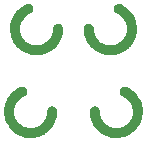
<source format=gbr>
%TF.GenerationSoftware,KiCad,Pcbnew,(5.1.6-0)*%
%TF.CreationDate,2020-12-23T18:17:54-08:00*%
%TF.ProjectId,loco-rollers-n,6c6f636f-2d72-46f6-9c6c-6572732d6e2e,R1*%
%TF.SameCoordinates,PX8f0d180PY7270e00*%
%TF.FileFunction,Copper,L1,Top*%
%TF.FilePolarity,Positive*%
%FSLAX46Y46*%
G04 Gerber Fmt 4.6, Leading zero omitted, Abs format (unit mm)*
G04 Created by KiCad (PCBNEW (5.1.6-0)) date 2020-12-23 18:17:54*
%MOMM*%
%LPD*%
G01*
G04 APERTURE LIST*
%TA.AperFunction,SMDPad,CuDef*%
%ADD10C,0.100000*%
%TD*%
%TA.AperFunction,ComponentPad*%
%ADD11C,0.800000*%
%TD*%
G04 APERTURE END LIST*
%TA.AperFunction,SMDPad,CuDef*%
D10*
%TO.P,H1,1*%
%TO.N,/PWR*%
G36*
X3012732Y8000541D02*
G01*
X2994943Y8000417D01*
X2816819Y8007883D01*
X2816799Y8007883D01*
X2816776Y8007885D01*
X2810871Y8008173D01*
X2793171Y8010034D01*
X2775447Y8011647D01*
X2598880Y8036462D01*
X2593010Y8037329D01*
X2575623Y8040898D01*
X2558094Y8044242D01*
X2384792Y8086168D01*
X2379034Y8087604D01*
X2362044Y8092864D01*
X2344960Y8097892D01*
X2176575Y8156529D01*
X2170985Y8158519D01*
X2154556Y8165426D01*
X2138076Y8172084D01*
X1976218Y8246872D01*
X1970849Y8249399D01*
X1955210Y8257855D01*
X1939420Y8266110D01*
X1785649Y8356328D01*
X1785633Y8356336D01*
X1785616Y8356347D01*
X1780535Y8359375D01*
X1765771Y8369334D01*
X1750888Y8379073D01*
X1606639Y8483876D01*
X1601862Y8487397D01*
X1588154Y8498738D01*
X1574280Y8509893D01*
X1440946Y8628272D01*
X1436536Y8632243D01*
X1424003Y8644864D01*
X1411277Y8657326D01*
X1290142Y8788141D01*
X1290134Y8788149D01*
X1290126Y8788159D01*
X1286131Y8792534D01*
X1274904Y8806300D01*
X1263444Y8819958D01*
X1155643Y8961980D01*
X1152088Y8966731D01*
X1142232Y8981566D01*
X1132184Y8996241D01*
X1038756Y9148106D01*
X1035682Y9153181D01*
X1027331Y9168887D01*
X1018752Y9184492D01*
X940599Y9344732D01*
X940590Y9344748D01*
X940582Y9344768D01*
X938026Y9350100D01*
X931251Y9366539D01*
X924233Y9382913D01*
X862082Y9550032D01*
X860052Y9555608D01*
X854907Y9572651D01*
X849527Y9589611D01*
X803981Y9761997D01*
X802505Y9767745D01*
X799053Y9785181D01*
X795348Y9802612D01*
X766841Y9978620D01*
X765933Y9984484D01*
X764197Y10002189D01*
X762213Y10019882D01*
X751018Y10197814D01*
X751016Y10197833D01*
X751016Y10197855D01*
X750685Y10203757D01*
X750685Y10221538D01*
X750437Y10239352D01*
X756659Y10417524D01*
X756659Y10417543D01*
X756661Y10417565D01*
X756908Y10423474D01*
X758641Y10441148D01*
X760134Y10458920D01*
X783715Y10635655D01*
X784541Y10641531D01*
X787999Y10658993D01*
X791211Y10676495D01*
X831926Y10850086D01*
X833321Y10855854D01*
X838454Y10872856D01*
X843371Y10890002D01*
X900832Y11058791D01*
X902784Y11064395D01*
X909553Y11080816D01*
X916117Y11097396D01*
X989774Y11259772D01*
X992263Y11265160D01*
X1000619Y11280875D01*
X1008755Y11296705D01*
X1097906Y11451118D01*
X1100908Y11456237D01*
X1110771Y11471081D01*
X1120397Y11486018D01*
X1224190Y11630996D01*
X1227678Y11635797D01*
X1238916Y11649577D01*
X1249983Y11663539D01*
X1367429Y11797696D01*
X1371369Y11802133D01*
X1383902Y11814754D01*
X1396273Y11827564D01*
X1526238Y11949609D01*
X1526248Y11949619D01*
X1526260Y11949629D01*
X1530603Y11953652D01*
X1544332Y11965009D01*
X1557870Y11976530D01*
X1699118Y12085305D01*
X1699134Y12085319D01*
X1699154Y12085333D01*
X1703863Y12088908D01*
X1718623Y12098864D01*
X1733231Y12109016D01*
X1884435Y12203500D01*
X1884440Y12203504D01*
X1884447Y12203508D01*
X1889493Y12206612D01*
X1905117Y12215060D01*
X1920686Y12223761D01*
X2080394Y12303040D01*
X2085727Y12305641D01*
X2094443Y12309305D01*
X2102964Y12313433D01*
X2135204Y12327151D01*
X2140680Y12329436D01*
X2179833Y12343261D01*
X2220148Y12353201D01*
X2261241Y12359159D01*
X2302718Y12361079D01*
X2344186Y12358941D01*
X2385247Y12352768D01*
X2425509Y12342617D01*
X2464589Y12328586D01*
X2502113Y12310808D01*
X2537723Y12289453D01*
X2571080Y12264725D01*
X2601863Y12236860D01*
X2629781Y12206124D01*
X2654567Y12172811D01*
X2675983Y12137238D01*
X2693826Y12099745D01*
X2707925Y12060689D01*
X2718145Y12020445D01*
X2724390Y11979395D01*
X2726599Y11937931D01*
X2724751Y11896450D01*
X2718865Y11855347D01*
X2708995Y11815015D01*
X2695237Y11775838D01*
X2677721Y11738191D01*
X2656615Y11702432D01*
X2632121Y11668904D01*
X2604472Y11637927D01*
X2573933Y11609795D01*
X2540793Y11584778D01*
X2505370Y11563113D01*
X2468002Y11545009D01*
X2447197Y11536157D01*
X2317247Y11471649D01*
X2201285Y11399187D01*
X2092963Y11315769D01*
X1993292Y11222172D01*
X1903230Y11119295D01*
X1823632Y11008113D01*
X1755269Y10889705D01*
X1698787Y10765191D01*
X1654722Y10635753D01*
X1623501Y10502641D01*
X1605416Y10367103D01*
X1600644Y10230457D01*
X1609230Y10094005D01*
X1631091Y9959026D01*
X1666017Y9826837D01*
X1713676Y9698686D01*
X1773619Y9575785D01*
X1845260Y9459334D01*
X1927926Y9350426D01*
X2020828Y9250100D01*
X2123073Y9159323D01*
X2233689Y9078955D01*
X2351623Y9009764D01*
X2475741Y8952413D01*
X2604865Y8907448D01*
X2737763Y8875297D01*
X2873164Y8856267D01*
X3009770Y8850542D01*
X3146286Y8858175D01*
X3281400Y8879091D01*
X3413846Y8913097D01*
X3542328Y8959861D01*
X3665629Y9018937D01*
X3782584Y9089767D01*
X3892071Y9171673D01*
X3993038Y9263870D01*
X4084528Y9365480D01*
X4165667Y9475534D01*
X4235678Y9592978D01*
X4293894Y9716692D01*
X4339760Y9845501D01*
X4372839Y9978172D01*
X4392812Y10113433D01*
X4400507Y10270761D01*
X4400838Y10276686D01*
X4405467Y10317949D01*
X4414100Y10358564D01*
X4426655Y10398143D01*
X4443012Y10436307D01*
X4463016Y10472694D01*
X4486475Y10506955D01*
X4513165Y10538763D01*
X4542831Y10567814D01*
X4575191Y10593833D01*
X4609936Y10616568D01*
X4646733Y10635806D01*
X4685231Y10651360D01*
X4725065Y10663083D01*
X4765851Y10670864D01*
X4807203Y10674627D01*
X4848724Y10674338D01*
X4890019Y10669997D01*
X4930693Y10661647D01*
X4970359Y10649369D01*
X5008636Y10633279D01*
X5045161Y10613530D01*
X5079585Y10590311D01*
X5111578Y10563843D01*
X5140837Y10534381D01*
X5167079Y10502203D01*
X5190058Y10467618D01*
X5209552Y10430956D01*
X5225374Y10392567D01*
X5237376Y10352817D01*
X5245441Y10312086D01*
X5249493Y10270761D01*
X5249493Y10229239D01*
X5240783Y10051150D01*
X5240452Y10045225D01*
X5238468Y10027536D01*
X5236731Y10009825D01*
X5210684Y9833436D01*
X5209776Y9827572D01*
X5206077Y9810171D01*
X5202619Y9792705D01*
X5159484Y9619700D01*
X5158008Y9613953D01*
X5152633Y9597010D01*
X5147483Y9579951D01*
X5087676Y9411992D01*
X5087672Y9411979D01*
X5087666Y9411964D01*
X5085643Y9406405D01*
X5078632Y9390049D01*
X5071848Y9373590D01*
X4995931Y9212259D01*
X4995931Y9212258D01*
X4995926Y9212248D01*
X4993366Y9206905D01*
X4984798Y9191320D01*
X4976437Y9175596D01*
X4885139Y9022442D01*
X4882065Y9017366D01*
X4872019Y9002694D01*
X4862161Y8987857D01*
X4756354Y8844344D01*
X4752799Y8839592D01*
X4741357Y8825956D01*
X4730111Y8812167D01*
X4610816Y8679676D01*
X4610805Y8679663D01*
X4610792Y8679649D01*
X4606802Y8675280D01*
X4594108Y8662849D01*
X4581546Y8650200D01*
X4449879Y8529970D01*
X4445469Y8525999D01*
X4431599Y8514847D01*
X4417884Y8503502D01*
X4275112Y8396695D01*
X4270336Y8393173D01*
X4255427Y8383418D01*
X4240688Y8373476D01*
X4088190Y8281120D01*
X4088175Y8281110D01*
X4088157Y8281100D01*
X4083078Y8278072D01*
X4067305Y8269826D01*
X4051649Y8261362D01*
X3890861Y8184325D01*
X3890853Y8184321D01*
X3890844Y8184317D01*
X3885482Y8181794D01*
X3868984Y8175129D01*
X3852575Y8168231D01*
X3685044Y8107254D01*
X3685026Y8107247D01*
X3685005Y8107240D01*
X3679436Y8105257D01*
X3662397Y8100242D01*
X3645361Y8094969D01*
X3472673Y8050630D01*
X3472659Y8050626D01*
X3472642Y8050623D01*
X3466903Y8049191D01*
X3449397Y8045852D01*
X3431984Y8042278D01*
X3255801Y8015004D01*
X3255786Y8015001D01*
X3255769Y8014999D01*
X3249911Y8014133D01*
X3232163Y8012518D01*
X3214490Y8010661D01*
X3036480Y8000708D01*
X3036464Y8000706D01*
X3036445Y8000706D01*
X3030540Y8000416D01*
X3012732Y8000541D01*
G37*
%TD.AperFunction*%
D11*
X1710000Y11540000D03*
X4825000Y10250000D03*
X4290000Y8960000D03*
X3000000Y8425000D03*
X1710000Y8960000D03*
X1175000Y10250000D03*
%TD*%
%TA.AperFunction,SMDPad,CuDef*%
D10*
%TO.P,H2,1*%
%TO.N,/PWR*%
G36*
X2512732Y1000541D02*
G01*
X2494943Y1000417D01*
X2316819Y1007883D01*
X2316799Y1007883D01*
X2316776Y1007885D01*
X2310871Y1008173D01*
X2293171Y1010034D01*
X2275447Y1011647D01*
X2098880Y1036462D01*
X2093010Y1037329D01*
X2075623Y1040898D01*
X2058094Y1044242D01*
X1884792Y1086168D01*
X1879034Y1087604D01*
X1862044Y1092864D01*
X1844960Y1097892D01*
X1676575Y1156529D01*
X1670985Y1158519D01*
X1654556Y1165426D01*
X1638076Y1172084D01*
X1476218Y1246872D01*
X1470849Y1249399D01*
X1455210Y1257855D01*
X1439420Y1266110D01*
X1285649Y1356328D01*
X1285633Y1356336D01*
X1285616Y1356347D01*
X1280535Y1359375D01*
X1265771Y1369334D01*
X1250888Y1379073D01*
X1106639Y1483876D01*
X1101862Y1487397D01*
X1088154Y1498738D01*
X1074280Y1509893D01*
X940946Y1628272D01*
X936536Y1632243D01*
X924003Y1644864D01*
X911277Y1657326D01*
X790142Y1788141D01*
X790134Y1788149D01*
X790126Y1788159D01*
X786131Y1792534D01*
X774904Y1806300D01*
X763444Y1819958D01*
X655643Y1961980D01*
X652088Y1966731D01*
X642232Y1981566D01*
X632184Y1996241D01*
X538756Y2148106D01*
X535682Y2153181D01*
X527331Y2168887D01*
X518752Y2184492D01*
X440599Y2344732D01*
X440590Y2344748D01*
X440582Y2344768D01*
X438026Y2350100D01*
X431251Y2366539D01*
X424233Y2382913D01*
X362082Y2550032D01*
X360052Y2555608D01*
X354907Y2572651D01*
X349527Y2589611D01*
X303981Y2761997D01*
X302505Y2767745D01*
X299053Y2785181D01*
X295348Y2802612D01*
X266841Y2978620D01*
X265933Y2984484D01*
X264197Y3002189D01*
X262213Y3019882D01*
X251018Y3197814D01*
X251016Y3197833D01*
X251016Y3197855D01*
X250685Y3203757D01*
X250685Y3221538D01*
X250437Y3239352D01*
X256659Y3417524D01*
X256659Y3417543D01*
X256661Y3417565D01*
X256908Y3423474D01*
X258641Y3441148D01*
X260134Y3458920D01*
X283715Y3635655D01*
X284541Y3641531D01*
X287999Y3658993D01*
X291211Y3676495D01*
X331926Y3850086D01*
X333321Y3855854D01*
X338454Y3872856D01*
X343371Y3890002D01*
X400832Y4058791D01*
X402784Y4064395D01*
X409553Y4080816D01*
X416117Y4097396D01*
X489774Y4259772D01*
X492263Y4265160D01*
X500619Y4280875D01*
X508755Y4296705D01*
X597906Y4451118D01*
X600908Y4456237D01*
X610771Y4471081D01*
X620397Y4486018D01*
X724190Y4630996D01*
X727678Y4635797D01*
X738916Y4649577D01*
X749983Y4663539D01*
X867429Y4797696D01*
X871369Y4802133D01*
X883902Y4814754D01*
X896273Y4827564D01*
X1026238Y4949609D01*
X1026248Y4949619D01*
X1026260Y4949629D01*
X1030603Y4953652D01*
X1044332Y4965009D01*
X1057870Y4976530D01*
X1199118Y5085305D01*
X1199134Y5085319D01*
X1199154Y5085333D01*
X1203863Y5088908D01*
X1218623Y5098864D01*
X1233231Y5109016D01*
X1384435Y5203500D01*
X1384440Y5203504D01*
X1384447Y5203508D01*
X1389493Y5206612D01*
X1405117Y5215060D01*
X1420686Y5223761D01*
X1580394Y5303040D01*
X1585727Y5305641D01*
X1594443Y5309305D01*
X1602964Y5313433D01*
X1635204Y5327151D01*
X1640680Y5329436D01*
X1679833Y5343261D01*
X1720148Y5353201D01*
X1761241Y5359159D01*
X1802718Y5361079D01*
X1844186Y5358941D01*
X1885247Y5352768D01*
X1925509Y5342617D01*
X1964589Y5328586D01*
X2002113Y5310808D01*
X2037723Y5289453D01*
X2071080Y5264725D01*
X2101863Y5236860D01*
X2129781Y5206124D01*
X2154567Y5172811D01*
X2175983Y5137238D01*
X2193826Y5099745D01*
X2207925Y5060689D01*
X2218145Y5020445D01*
X2224390Y4979395D01*
X2226599Y4937931D01*
X2224751Y4896450D01*
X2218865Y4855347D01*
X2208995Y4815015D01*
X2195237Y4775838D01*
X2177721Y4738191D01*
X2156615Y4702432D01*
X2132121Y4668904D01*
X2104472Y4637927D01*
X2073933Y4609795D01*
X2040793Y4584778D01*
X2005370Y4563113D01*
X1968002Y4545009D01*
X1947197Y4536157D01*
X1817247Y4471649D01*
X1701285Y4399187D01*
X1592963Y4315769D01*
X1493292Y4222172D01*
X1403230Y4119295D01*
X1323632Y4008113D01*
X1255269Y3889705D01*
X1198787Y3765191D01*
X1154722Y3635753D01*
X1123501Y3502641D01*
X1105416Y3367103D01*
X1100644Y3230457D01*
X1109230Y3094005D01*
X1131091Y2959026D01*
X1166017Y2826837D01*
X1213676Y2698686D01*
X1273619Y2575785D01*
X1345260Y2459334D01*
X1427926Y2350426D01*
X1520828Y2250100D01*
X1623073Y2159323D01*
X1733689Y2078955D01*
X1851623Y2009764D01*
X1975741Y1952413D01*
X2104865Y1907448D01*
X2237763Y1875297D01*
X2373164Y1856267D01*
X2509770Y1850542D01*
X2646286Y1858175D01*
X2781400Y1879091D01*
X2913846Y1913097D01*
X3042328Y1959861D01*
X3165629Y2018937D01*
X3282584Y2089767D01*
X3392071Y2171673D01*
X3493038Y2263870D01*
X3584528Y2365480D01*
X3665667Y2475534D01*
X3735678Y2592978D01*
X3793894Y2716692D01*
X3839760Y2845501D01*
X3872839Y2978172D01*
X3892812Y3113433D01*
X3900507Y3270761D01*
X3900838Y3276686D01*
X3905467Y3317949D01*
X3914100Y3358564D01*
X3926655Y3398143D01*
X3943012Y3436307D01*
X3963016Y3472694D01*
X3986475Y3506955D01*
X4013165Y3538763D01*
X4042831Y3567814D01*
X4075191Y3593833D01*
X4109936Y3616568D01*
X4146733Y3635806D01*
X4185231Y3651360D01*
X4225065Y3663083D01*
X4265851Y3670864D01*
X4307203Y3674627D01*
X4348724Y3674338D01*
X4390019Y3669997D01*
X4430693Y3661647D01*
X4470359Y3649369D01*
X4508636Y3633279D01*
X4545161Y3613530D01*
X4579585Y3590311D01*
X4611578Y3563843D01*
X4640837Y3534381D01*
X4667079Y3502203D01*
X4690058Y3467618D01*
X4709552Y3430956D01*
X4725374Y3392567D01*
X4737376Y3352817D01*
X4745441Y3312086D01*
X4749493Y3270761D01*
X4749493Y3229239D01*
X4740783Y3051150D01*
X4740452Y3045225D01*
X4738468Y3027536D01*
X4736731Y3009825D01*
X4710684Y2833436D01*
X4709776Y2827572D01*
X4706077Y2810171D01*
X4702619Y2792705D01*
X4659484Y2619700D01*
X4658008Y2613953D01*
X4652633Y2597010D01*
X4647483Y2579951D01*
X4587676Y2411992D01*
X4587672Y2411979D01*
X4587666Y2411964D01*
X4585643Y2406405D01*
X4578632Y2390049D01*
X4571848Y2373590D01*
X4495931Y2212259D01*
X4495931Y2212258D01*
X4495926Y2212248D01*
X4493366Y2206905D01*
X4484798Y2191320D01*
X4476437Y2175596D01*
X4385139Y2022442D01*
X4382065Y2017366D01*
X4372019Y2002694D01*
X4362161Y1987857D01*
X4256354Y1844344D01*
X4252799Y1839592D01*
X4241357Y1825956D01*
X4230111Y1812167D01*
X4110816Y1679676D01*
X4110805Y1679663D01*
X4110792Y1679649D01*
X4106802Y1675280D01*
X4094108Y1662849D01*
X4081546Y1650200D01*
X3949879Y1529970D01*
X3945469Y1525999D01*
X3931599Y1514847D01*
X3917884Y1503502D01*
X3775112Y1396695D01*
X3770336Y1393173D01*
X3755427Y1383418D01*
X3740688Y1373476D01*
X3588190Y1281120D01*
X3588175Y1281110D01*
X3588157Y1281100D01*
X3583078Y1278072D01*
X3567305Y1269826D01*
X3551649Y1261362D01*
X3390861Y1184325D01*
X3390853Y1184321D01*
X3390844Y1184317D01*
X3385482Y1181794D01*
X3368984Y1175129D01*
X3352575Y1168231D01*
X3185044Y1107254D01*
X3185026Y1107247D01*
X3185005Y1107240D01*
X3179436Y1105257D01*
X3162397Y1100242D01*
X3145361Y1094969D01*
X2972673Y1050630D01*
X2972659Y1050626D01*
X2972642Y1050623D01*
X2966903Y1049191D01*
X2949397Y1045852D01*
X2931984Y1042278D01*
X2755801Y1015004D01*
X2755786Y1015001D01*
X2755769Y1014999D01*
X2749911Y1014133D01*
X2732163Y1012518D01*
X2714490Y1010661D01*
X2536480Y1000708D01*
X2536464Y1000706D01*
X2536445Y1000706D01*
X2530540Y1000416D01*
X2512732Y1000541D01*
G37*
%TD.AperFunction*%
D11*
X1210000Y4540000D03*
X4325000Y3250000D03*
X3790000Y1960000D03*
X2500000Y1425000D03*
X1210000Y1960000D03*
X675000Y3250000D03*
%TD*%
%TO.P,H3,1*%
%TO.N,/PWR*%
X10540000Y11540000D03*
X7425000Y10250000D03*
X7960000Y8960000D03*
X9250000Y8425000D03*
X10540000Y8960000D03*
X11075000Y10250000D03*
%TA.AperFunction,SMDPad,CuDef*%
D10*
G36*
X9969900Y12360536D02*
G01*
X10011217Y12356412D01*
X10051934Y12348276D01*
X10091664Y12336205D01*
X10130025Y12320315D01*
X10291224Y12244116D01*
X10296571Y12241543D01*
X10312161Y12232936D01*
X10327850Y12224559D01*
X10480837Y12132999D01*
X10480846Y12132994D01*
X10480856Y12132987D01*
X10485916Y12129912D01*
X10500602Y12119818D01*
X10515391Y12109955D01*
X10658720Y12003897D01*
X10663466Y12000334D01*
X10677076Y11988873D01*
X10690852Y11977597D01*
X10823131Y11858073D01*
X10823145Y11858062D01*
X10823160Y11858048D01*
X10827522Y11854051D01*
X10839935Y11841330D01*
X10852557Y11828752D01*
X10972557Y11696875D01*
X10976520Y11692458D01*
X10987641Y11678576D01*
X10998970Y11664833D01*
X11105519Y11521885D01*
X11105527Y11521876D01*
X11105535Y11521864D01*
X11109041Y11517093D01*
X11118774Y11502161D01*
X11128685Y11487412D01*
X11220778Y11334748D01*
X11220784Y11334739D01*
X11220790Y11334728D01*
X11223814Y11329636D01*
X11232031Y11313851D01*
X11240469Y11298179D01*
X11317226Y11137255D01*
X11317231Y11137246D01*
X11317235Y11137235D01*
X11319748Y11131874D01*
X11326380Y11115375D01*
X11333255Y11098940D01*
X11393945Y10931284D01*
X11395926Y10925691D01*
X11400919Y10908615D01*
X11406154Y10891598D01*
X11450194Y10718821D01*
X11451620Y10713061D01*
X11454923Y10695576D01*
X11458472Y10678133D01*
X11485442Y10501882D01*
X11486299Y10496010D01*
X11487879Y10478299D01*
X11489710Y10460582D01*
X11499352Y10282557D01*
X11499354Y10282539D01*
X11499354Y10282517D01*
X11499633Y10276613D01*
X11499477Y10258816D01*
X11499570Y10241017D01*
X11491793Y10062905D01*
X11491793Y10062886D01*
X11491791Y10062865D01*
X11491493Y10056958D01*
X11489601Y10039265D01*
X11487957Y10021541D01*
X11462836Y9845034D01*
X11462835Y9845020D01*
X11462832Y9845004D01*
X11461957Y9839149D01*
X11458357Y9821768D01*
X11454983Y9804247D01*
X11412755Y9631017D01*
X11411310Y9625262D01*
X11406013Y9608257D01*
X11400961Y9591203D01*
X11342031Y9422923D01*
X11340031Y9417336D01*
X11333092Y9400909D01*
X11326408Y9384450D01*
X11251336Y9222722D01*
X11248800Y9217357D01*
X11240304Y9201710D01*
X11232035Y9185960D01*
X11141540Y9032330D01*
X11138493Y9027238D01*
X11128517Y9012504D01*
X11118744Y8997626D01*
X11013691Y8853561D01*
X11010161Y8848790D01*
X10998795Y8835100D01*
X10987615Y8821245D01*
X10869014Y8688130D01*
X10869004Y8688118D01*
X10868992Y8688105D01*
X10865025Y8683715D01*
X10852374Y8671196D01*
X10839900Y8658503D01*
X10708875Y8537596D01*
X10708864Y8537585D01*
X10708851Y8537574D01*
X10704476Y8533592D01*
X10690673Y8522375D01*
X10677009Y8510950D01*
X10534798Y8403397D01*
X10530040Y8399851D01*
X10515233Y8390051D01*
X10500496Y8379998D01*
X10348489Y8286849D01*
X10348471Y8286837D01*
X10348449Y8286825D01*
X10343388Y8283771D01*
X10327666Y8275447D01*
X10312049Y8266897D01*
X10151663Y8189018D01*
X10151655Y8189013D01*
X10151645Y8189009D01*
X10146301Y8186459D01*
X10129825Y8179702D01*
X10113462Y8172723D01*
X9946250Y8110870D01*
X9946237Y8110864D01*
X9946222Y8110859D01*
X9940656Y8108844D01*
X9923643Y8103740D01*
X9906636Y8098378D01*
X9734186Y8053137D01*
X9734168Y8053131D01*
X9734146Y8053126D01*
X9728421Y8051666D01*
X9710941Y8048237D01*
X9693538Y8044570D01*
X9517501Y8016374D01*
X9517485Y8016371D01*
X9517467Y8016369D01*
X9511614Y8015473D01*
X9493913Y8013769D01*
X9476213Y8011815D01*
X9298258Y8000930D01*
X9298241Y8000928D01*
X9298221Y8000928D01*
X9292318Y8000607D01*
X9274547Y8000639D01*
X9256722Y8000421D01*
X9078540Y8006955D01*
X9072611Y8007214D01*
X9054924Y8008980D01*
X9037170Y8010502D01*
X8860476Y8034392D01*
X8854601Y8035228D01*
X8837160Y8038713D01*
X8819649Y8041959D01*
X8646150Y8082972D01*
X8646130Y8082976D01*
X8646108Y8082982D01*
X8640365Y8084382D01*
X8623346Y8089553D01*
X8606236Y8094492D01*
X8437558Y8152243D01*
X8437545Y8152247D01*
X8437530Y8152253D01*
X8431947Y8154208D01*
X8415539Y8161005D01*
X8398966Y8167600D01*
X8236719Y8241541D01*
X8231336Y8244039D01*
X8215616Y8252433D01*
X8199824Y8260584D01*
X8045573Y8350000D01*
X8045566Y8350003D01*
X8045559Y8350008D01*
X8040452Y8353016D01*
X8025663Y8362879D01*
X8010703Y8372558D01*
X7865907Y8476604D01*
X7865905Y8476605D01*
X7865898Y8476610D01*
X7861112Y8480100D01*
X7847352Y8491363D01*
X7833410Y8502453D01*
X7699468Y8620125D01*
X7699457Y8620133D01*
X7699446Y8620144D01*
X7695027Y8624080D01*
X7682418Y8636646D01*
X7669639Y8649030D01*
X7547822Y8779208D01*
X7547813Y8779216D01*
X7547804Y8779226D01*
X7543787Y8783579D01*
X7532466Y8797312D01*
X7520957Y8810884D01*
X7412413Y8952340D01*
X7408833Y8957073D01*
X7398919Y8971828D01*
X7388773Y8986480D01*
X7294562Y9137838D01*
X7294552Y9137852D01*
X7294542Y9137870D01*
X7291452Y9142912D01*
X7283014Y9158582D01*
X7274359Y9174134D01*
X7195359Y9333978D01*
X7192767Y9339316D01*
X7185903Y9355726D01*
X7178803Y9372054D01*
X7115777Y9538845D01*
X7113718Y9544411D01*
X7108483Y9561427D01*
X7103014Y9578360D01*
X7056566Y9750505D01*
X7055060Y9756245D01*
X7051514Y9773675D01*
X7047720Y9791075D01*
X7018292Y9966932D01*
X7017354Y9972791D01*
X7015527Y9990467D01*
X7013448Y10008170D01*
X7001321Y10186058D01*
X7000958Y10191981D01*
X7000909Y10201449D01*
X7000357Y10210876D01*
X7000020Y10245912D01*
X7000004Y10251846D01*
X7002213Y10293310D01*
X7008456Y10334359D01*
X7018677Y10374605D01*
X7032775Y10413660D01*
X7050618Y10451153D01*
X7072034Y10486727D01*
X7096819Y10520041D01*
X7124736Y10550777D01*
X7155520Y10578642D01*
X7188876Y10603370D01*
X7224486Y10624726D01*
X7262009Y10642503D01*
X7301089Y10656535D01*
X7341351Y10666687D01*
X7382412Y10672861D01*
X7423879Y10674999D01*
X7465358Y10673080D01*
X7506450Y10667122D01*
X7546765Y10657183D01*
X7585918Y10643358D01*
X7623535Y10625778D01*
X7659257Y10604611D01*
X7692743Y10580058D01*
X7723674Y10552357D01*
X7751752Y10521767D01*
X7776714Y10488585D01*
X7798317Y10453125D01*
X7816356Y10415727D01*
X7830661Y10376747D01*
X7841093Y10336556D01*
X7847554Y10295539D01*
X7849980Y10254088D01*
X7850197Y10231483D01*
X7860066Y10086721D01*
X7882632Y9951868D01*
X7918251Y9819858D01*
X7966582Y9691955D01*
X8027165Y9569375D01*
X8099415Y9453299D01*
X8182653Y9344823D01*
X8276075Y9244989D01*
X8378797Y9154745D01*
X8489831Y9074960D01*
X8608122Y9006389D01*
X8732546Y8949685D01*
X8861898Y8905398D01*
X8994961Y8873943D01*
X9130457Y8855623D01*
X9267103Y8850613D01*
X9403573Y8858960D01*
X9538583Y8880584D01*
X9670832Y8915280D01*
X9799074Y8962718D01*
X9922077Y9022446D01*
X10038646Y9093880D01*
X10147710Y9176364D01*
X10248190Y9269085D01*
X10339143Y9371169D01*
X10419707Y9481651D01*
X10489100Y9599456D01*
X10546669Y9723476D01*
X10591860Y9852522D01*
X10624243Y9985366D01*
X10643509Y10120733D01*
X10649473Y10257324D01*
X10642078Y10393856D01*
X10621396Y10529017D01*
X10587625Y10661505D01*
X10541084Y10790072D01*
X10482221Y10913483D01*
X10411597Y11030558D01*
X10329885Y11140184D01*
X10237859Y11241317D01*
X10136412Y11332982D01*
X10026499Y11414314D01*
X9909177Y11484529D01*
X9766769Y11551845D01*
X9761421Y11554418D01*
X9725071Y11574486D01*
X9690851Y11598004D01*
X9659090Y11624750D01*
X9630090Y11654467D01*
X9604129Y11686873D01*
X9581453Y11721657D01*
X9562280Y11758488D01*
X9546793Y11797014D01*
X9535139Y11836867D01*
X9527430Y11877668D01*
X9523739Y11919025D01*
X9524102Y11960546D01*
X9528515Y12001833D01*
X9536935Y12042493D01*
X9549282Y12082136D01*
X9565439Y12120386D01*
X9585253Y12156877D01*
X9608532Y12191259D01*
X9635055Y12223207D01*
X9664569Y12252413D01*
X9696792Y12278600D01*
X9731417Y12301518D01*
X9768113Y12320947D01*
X9806530Y12336704D01*
X9846302Y12348634D01*
X9887047Y12356629D01*
X9928379Y12360608D01*
X9969900Y12360536D01*
G37*
%TD.AperFunction*%
%TD*%
D11*
%TO.P,H4,1*%
%TO.N,/PWR*%
X11040000Y4540000D03*
X7925000Y3250000D03*
X8460000Y1960000D03*
X9750000Y1425000D03*
X11040000Y1960000D03*
X11575000Y3250000D03*
%TA.AperFunction,SMDPad,CuDef*%
D10*
G36*
X10469900Y5360536D02*
G01*
X10511217Y5356412D01*
X10551934Y5348276D01*
X10591664Y5336205D01*
X10630025Y5320315D01*
X10791224Y5244116D01*
X10796571Y5241543D01*
X10812161Y5232936D01*
X10827850Y5224559D01*
X10980837Y5132999D01*
X10980846Y5132994D01*
X10980856Y5132987D01*
X10985916Y5129912D01*
X11000602Y5119818D01*
X11015391Y5109955D01*
X11158720Y5003897D01*
X11163466Y5000334D01*
X11177076Y4988873D01*
X11190852Y4977597D01*
X11323131Y4858073D01*
X11323145Y4858062D01*
X11323160Y4858048D01*
X11327522Y4854051D01*
X11339935Y4841330D01*
X11352557Y4828752D01*
X11472557Y4696875D01*
X11476520Y4692458D01*
X11487641Y4678576D01*
X11498970Y4664833D01*
X11605519Y4521885D01*
X11605527Y4521876D01*
X11605535Y4521864D01*
X11609041Y4517093D01*
X11618774Y4502161D01*
X11628685Y4487412D01*
X11720778Y4334748D01*
X11720784Y4334739D01*
X11720790Y4334728D01*
X11723814Y4329636D01*
X11732031Y4313851D01*
X11740469Y4298179D01*
X11817226Y4137255D01*
X11817231Y4137246D01*
X11817235Y4137235D01*
X11819748Y4131874D01*
X11826380Y4115375D01*
X11833255Y4098940D01*
X11893945Y3931284D01*
X11895926Y3925691D01*
X11900919Y3908615D01*
X11906154Y3891598D01*
X11950194Y3718821D01*
X11951620Y3713061D01*
X11954923Y3695576D01*
X11958472Y3678133D01*
X11985442Y3501882D01*
X11986299Y3496010D01*
X11987879Y3478299D01*
X11989710Y3460582D01*
X11999352Y3282557D01*
X11999354Y3282539D01*
X11999354Y3282517D01*
X11999633Y3276613D01*
X11999477Y3258816D01*
X11999570Y3241017D01*
X11991793Y3062905D01*
X11991793Y3062886D01*
X11991791Y3062865D01*
X11991493Y3056958D01*
X11989601Y3039265D01*
X11987957Y3021541D01*
X11962836Y2845034D01*
X11962835Y2845020D01*
X11962832Y2845004D01*
X11961957Y2839149D01*
X11958357Y2821768D01*
X11954983Y2804247D01*
X11912755Y2631017D01*
X11911310Y2625262D01*
X11906013Y2608257D01*
X11900961Y2591203D01*
X11842031Y2422923D01*
X11840031Y2417336D01*
X11833092Y2400909D01*
X11826408Y2384450D01*
X11751336Y2222722D01*
X11748800Y2217357D01*
X11740304Y2201710D01*
X11732035Y2185960D01*
X11641540Y2032330D01*
X11638493Y2027238D01*
X11628517Y2012504D01*
X11618744Y1997626D01*
X11513691Y1853561D01*
X11510161Y1848790D01*
X11498795Y1835100D01*
X11487615Y1821245D01*
X11369014Y1688130D01*
X11369004Y1688118D01*
X11368992Y1688105D01*
X11365025Y1683715D01*
X11352374Y1671196D01*
X11339900Y1658503D01*
X11208875Y1537596D01*
X11208864Y1537585D01*
X11208851Y1537574D01*
X11204476Y1533592D01*
X11190673Y1522375D01*
X11177009Y1510950D01*
X11034798Y1403397D01*
X11030040Y1399851D01*
X11015233Y1390051D01*
X11000496Y1379998D01*
X10848489Y1286849D01*
X10848471Y1286837D01*
X10848449Y1286825D01*
X10843388Y1283771D01*
X10827666Y1275447D01*
X10812049Y1266897D01*
X10651663Y1189018D01*
X10651655Y1189013D01*
X10651645Y1189009D01*
X10646301Y1186459D01*
X10629825Y1179702D01*
X10613462Y1172723D01*
X10446250Y1110870D01*
X10446237Y1110864D01*
X10446222Y1110859D01*
X10440656Y1108844D01*
X10423643Y1103740D01*
X10406636Y1098378D01*
X10234186Y1053137D01*
X10234168Y1053131D01*
X10234146Y1053126D01*
X10228421Y1051666D01*
X10210941Y1048237D01*
X10193538Y1044570D01*
X10017501Y1016374D01*
X10017485Y1016371D01*
X10017467Y1016369D01*
X10011614Y1015473D01*
X9993913Y1013769D01*
X9976213Y1011815D01*
X9798258Y1000930D01*
X9798241Y1000928D01*
X9798221Y1000928D01*
X9792318Y1000607D01*
X9774547Y1000639D01*
X9756722Y1000421D01*
X9578540Y1006955D01*
X9572611Y1007214D01*
X9554924Y1008980D01*
X9537170Y1010502D01*
X9360476Y1034392D01*
X9354601Y1035228D01*
X9337160Y1038713D01*
X9319649Y1041959D01*
X9146150Y1082972D01*
X9146130Y1082976D01*
X9146108Y1082982D01*
X9140365Y1084382D01*
X9123346Y1089553D01*
X9106236Y1094492D01*
X8937558Y1152243D01*
X8937545Y1152247D01*
X8937530Y1152253D01*
X8931947Y1154208D01*
X8915539Y1161005D01*
X8898966Y1167600D01*
X8736719Y1241541D01*
X8731336Y1244039D01*
X8715616Y1252433D01*
X8699824Y1260584D01*
X8545573Y1350000D01*
X8545566Y1350003D01*
X8545559Y1350008D01*
X8540452Y1353016D01*
X8525663Y1362879D01*
X8510703Y1372558D01*
X8365907Y1476604D01*
X8365905Y1476605D01*
X8365898Y1476610D01*
X8361112Y1480100D01*
X8347352Y1491363D01*
X8333410Y1502453D01*
X8199468Y1620125D01*
X8199457Y1620133D01*
X8199446Y1620144D01*
X8195027Y1624080D01*
X8182418Y1636646D01*
X8169639Y1649030D01*
X8047822Y1779208D01*
X8047813Y1779216D01*
X8047804Y1779226D01*
X8043787Y1783579D01*
X8032466Y1797312D01*
X8020957Y1810884D01*
X7912413Y1952340D01*
X7908833Y1957073D01*
X7898919Y1971828D01*
X7888773Y1986480D01*
X7794562Y2137838D01*
X7794552Y2137852D01*
X7794542Y2137870D01*
X7791452Y2142912D01*
X7783014Y2158582D01*
X7774359Y2174134D01*
X7695359Y2333978D01*
X7692767Y2339316D01*
X7685903Y2355726D01*
X7678803Y2372054D01*
X7615777Y2538845D01*
X7613718Y2544411D01*
X7608483Y2561427D01*
X7603014Y2578360D01*
X7556566Y2750505D01*
X7555060Y2756245D01*
X7551514Y2773675D01*
X7547720Y2791075D01*
X7518292Y2966932D01*
X7517354Y2972791D01*
X7515527Y2990467D01*
X7513448Y3008170D01*
X7501321Y3186058D01*
X7500958Y3191981D01*
X7500909Y3201449D01*
X7500357Y3210876D01*
X7500020Y3245912D01*
X7500004Y3251846D01*
X7502213Y3293310D01*
X7508456Y3334359D01*
X7518677Y3374605D01*
X7532775Y3413660D01*
X7550618Y3451153D01*
X7572034Y3486727D01*
X7596819Y3520041D01*
X7624736Y3550777D01*
X7655520Y3578642D01*
X7688876Y3603370D01*
X7724486Y3624726D01*
X7762009Y3642503D01*
X7801089Y3656535D01*
X7841351Y3666687D01*
X7882412Y3672861D01*
X7923879Y3674999D01*
X7965358Y3673080D01*
X8006450Y3667122D01*
X8046765Y3657183D01*
X8085918Y3643358D01*
X8123535Y3625778D01*
X8159257Y3604611D01*
X8192743Y3580058D01*
X8223674Y3552357D01*
X8251752Y3521767D01*
X8276714Y3488585D01*
X8298317Y3453125D01*
X8316356Y3415727D01*
X8330661Y3376747D01*
X8341093Y3336556D01*
X8347554Y3295539D01*
X8349980Y3254088D01*
X8350197Y3231483D01*
X8360066Y3086721D01*
X8382632Y2951868D01*
X8418251Y2819858D01*
X8466582Y2691955D01*
X8527165Y2569375D01*
X8599415Y2453299D01*
X8682653Y2344823D01*
X8776075Y2244989D01*
X8878797Y2154745D01*
X8989831Y2074960D01*
X9108122Y2006389D01*
X9232546Y1949685D01*
X9361898Y1905398D01*
X9494961Y1873943D01*
X9630457Y1855623D01*
X9767103Y1850613D01*
X9903573Y1858960D01*
X10038583Y1880584D01*
X10170832Y1915280D01*
X10299074Y1962718D01*
X10422077Y2022446D01*
X10538646Y2093880D01*
X10647710Y2176364D01*
X10748190Y2269085D01*
X10839143Y2371169D01*
X10919707Y2481651D01*
X10989100Y2599456D01*
X11046669Y2723476D01*
X11091860Y2852522D01*
X11124243Y2985366D01*
X11143509Y3120733D01*
X11149473Y3257324D01*
X11142078Y3393856D01*
X11121396Y3529017D01*
X11087625Y3661505D01*
X11041084Y3790072D01*
X10982221Y3913483D01*
X10911597Y4030558D01*
X10829885Y4140184D01*
X10737859Y4241317D01*
X10636412Y4332982D01*
X10526499Y4414314D01*
X10409177Y4484529D01*
X10266769Y4551845D01*
X10261421Y4554418D01*
X10225071Y4574486D01*
X10190851Y4598004D01*
X10159090Y4624750D01*
X10130090Y4654467D01*
X10104129Y4686873D01*
X10081453Y4721657D01*
X10062280Y4758488D01*
X10046793Y4797014D01*
X10035139Y4836867D01*
X10027430Y4877668D01*
X10023739Y4919025D01*
X10024102Y4960546D01*
X10028515Y5001833D01*
X10036935Y5042493D01*
X10049282Y5082136D01*
X10065439Y5120386D01*
X10085253Y5156877D01*
X10108532Y5191259D01*
X10135055Y5223207D01*
X10164569Y5252413D01*
X10196792Y5278600D01*
X10231417Y5301518D01*
X10268113Y5320947D01*
X10306530Y5336704D01*
X10346302Y5348634D01*
X10387047Y5356629D01*
X10428379Y5360608D01*
X10469900Y5360536D01*
G37*
%TD.AperFunction*%
%TD*%
M02*

</source>
